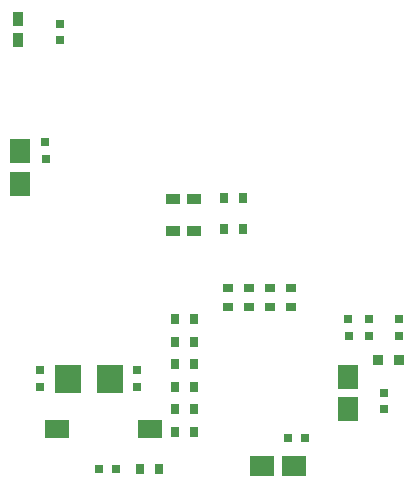
<source format=gbp>
G04*
G04 #@! TF.GenerationSoftware,Altium Limited,Altium Designer,18.0.11 (651)*
G04*
G04 Layer_Color=128*
%FSLAX25Y25*%
%MOIN*%
G70*
G01*
G75*
%ADD19R,0.03799X0.03150*%
%ADD20R,0.05000X0.03500*%
%ADD21R,0.03150X0.03799*%
%ADD22R,0.03000X0.03000*%
%ADD24R,0.03000X0.03000*%
%ADD30R,0.06693X0.07874*%
%ADD67R,0.03500X0.05000*%
%ADD68R,0.07874X0.05906*%
%ADD69R,0.07874X0.06693*%
%ADD70R,0.03500X0.03500*%
%ADD71R,0.08661X0.09449*%
D19*
X86000Y-108299D02*
D03*
Y-102000D02*
D03*
X93000Y-108299D02*
D03*
Y-102000D02*
D03*
X100000Y-108299D02*
D03*
Y-102000D02*
D03*
X107000Y-108299D02*
D03*
Y-102000D02*
D03*
D20*
X67500Y-83000D02*
D03*
X74500D02*
D03*
X67500Y-72300D02*
D03*
X74500D02*
D03*
D21*
X84500Y-72000D02*
D03*
X90799D02*
D03*
X62799Y-162500D02*
D03*
X56500D02*
D03*
X84500Y-82500D02*
D03*
X90799D02*
D03*
X74500Y-150000D02*
D03*
X68201D02*
D03*
X74500Y-142500D02*
D03*
X68201D02*
D03*
X74500Y-135000D02*
D03*
X68201D02*
D03*
X74500Y-127500D02*
D03*
X68201D02*
D03*
X74500Y-112500D02*
D03*
X68201D02*
D03*
X74500Y-120000D02*
D03*
X68201D02*
D03*
D22*
X43000Y-162500D02*
D03*
X48500Y-162400D02*
D03*
X106000Y-152100D02*
D03*
X111500Y-152000D02*
D03*
D24*
X55500Y-135000D02*
D03*
X55400Y-129500D02*
D03*
X23135Y-135021D02*
D03*
X23035Y-129521D02*
D03*
X25000Y-53500D02*
D03*
X25100Y-59000D02*
D03*
X138000Y-142500D02*
D03*
X137900Y-137000D02*
D03*
X142900Y-112500D02*
D03*
X143000Y-118000D02*
D03*
X132900Y-112500D02*
D03*
X133000Y-118000D02*
D03*
X126000Y-112500D02*
D03*
X126100Y-118000D02*
D03*
X29900Y-14000D02*
D03*
X30000Y-19500D02*
D03*
D30*
X16500Y-67315D02*
D03*
Y-56500D02*
D03*
X126000Y-131685D02*
D03*
Y-142500D02*
D03*
D67*
X16000Y-19500D02*
D03*
Y-12500D02*
D03*
D68*
X60000Y-149000D02*
D03*
X28769Y-148921D02*
D03*
D69*
X108000Y-161500D02*
D03*
X97185D02*
D03*
D70*
X136000Y-126000D02*
D03*
X143000D02*
D03*
D71*
X32610Y-132500D02*
D03*
X46390D02*
D03*
M02*

</source>
